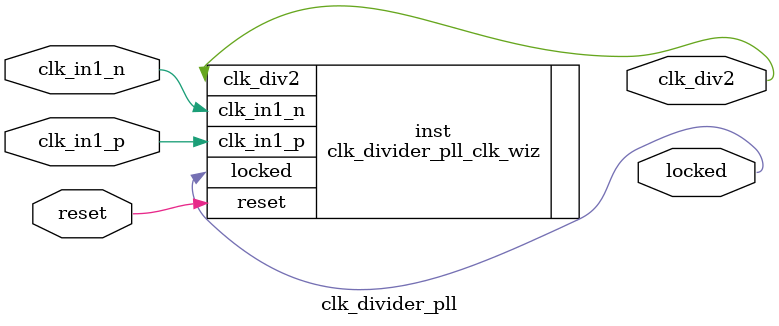
<source format=v>


`timescale 1ps/1ps

(* CORE_GENERATION_INFO = "clk_divider_pll,clk_wiz_v6_0_2_0_0,{component_name=clk_divider_pll,use_phase_alignment=false,use_min_o_jitter=false,use_max_i_jitter=false,use_dyn_phase_shift=false,use_inclk_switchover=false,use_dyn_reconfig=false,enable_axi=0,feedback_source=FDBK_AUTO,PRIMITIVE=PLL,num_out_clk=1,clkin1_period=8.0,clkin2_period=10.0,use_power_down=false,use_reset=true,use_locked=true,use_inclk_stopped=false,feedback_type=SINGLE,CLOCK_MGR_TYPE=NA,manual_override=false}" *)

module clk_divider_pll 
 (
  // Clock out ports
  output        clk_div2,
  // Status and control signals
  input         reset,
  output        locked,
 // Clock in ports
  input         clk_in1_p,
  input         clk_in1_n
 );

  clk_divider_pll_clk_wiz inst
  (
  // Clock out ports  
  .clk_div2(clk_div2),
  // Status and control signals               
  .reset(reset), 
  .locked(locked),
 // Clock in ports
  .clk_in1_p(clk_in1_p),
  .clk_in1_n(clk_in1_n)
  );

endmodule

</source>
